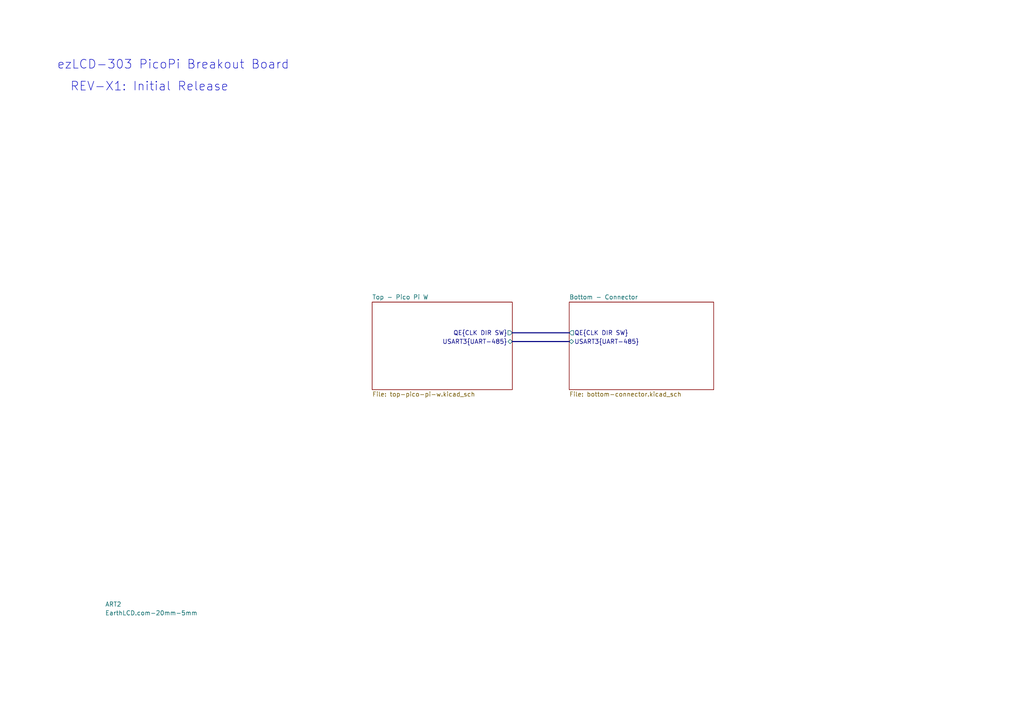
<source format=kicad_sch>
(kicad_sch (version 20230121) (generator eeschema)
  (paper "A4")
  (lib_symbols
    (symbol "1_EarthLCD:EarthLCD.com-20mm-5mm" (pin_names (offset 1.016))
      (property "Reference" "ART" (at 0 0 0))
      (property "Value" "EarthLCD.com-20mm-5mm" (at 0 0 0))
    )
  )
  (bus (pts (xy 148.59 99.06) (xy 165.1 99.06)))
  (bus (pts (xy 148.59 96.52) (xy 165.1 96.52)))
  (text "ezLCD-303 PicoPi Breakout Board" (at 16.51 20.32 0) (effects (font (size 2.54 2.54)) (justify left bottom)))
  (text "REV-X1: Initial Release" (at 20.32 26.67 0) (effects (font (size 2.54 2.54)) (justify left bottom)))
  (symbol (lib_id "1_EarthLCD:EarthLCD.com-20mm-5mm") (at 29.21 176.53 0) (unit 1)
    (property "Reference" "ART2" (at 30.48 175.26 0) (effects (justify left)))
    (property "Value" "EarthLCD.com-20mm-5mm" (at 30.48 177.8 0) (effects (justify left)))
    (property "Footprint" "1_EarthLCD:EarthLCD20mmX5mm" (effects hide))
  )
  (sheet (at 165.1 87.63) (size 41.91 25.4) (stroke (width 0.1524))
    (property "Sheetname" "Bottom - Connector" (at 165.1 86.9184 0) (effects (justify left bottom)))
    (property "Sheetfile" "bottom-connector.kicad_sch" (at 165.1 113.6146 0) (effects (justify left top)))
    (pin "USART3{UART-485}" bidirectional (at 165.1 99.06 180))
    (pin "QE{CLK DIR SW}" output (at 165.1 96.52 180))
  )
  (sheet (at 107.95 87.63) (size 40.64 25.4) (stroke (width 0.1524))
    (property "Sheetname" "Top - Pico Pi W" (at 107.95 86.9184 0) (effects (justify left bottom)))
    (property "Sheetfile" "top-pico-pi-w.kicad_sch" (at 107.95 113.6146 0) (effects (justify left top)))
    (pin "QE{CLK DIR SW}" output (at 148.59 96.52 0))
    (pin "USART3{UART-485}" bidirectional (at 148.59 99.06 0))
  )
)
</source>
